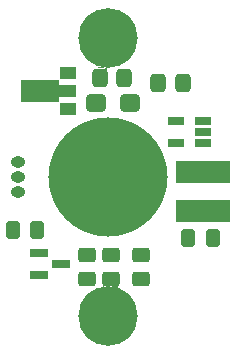
<source format=gbs>
G04 #@! TF.GenerationSoftware,KiCad,Pcbnew,(6.0.1)*
G04 #@! TF.CreationDate,2022-03-12T10:23:07+01:00*
G04 #@! TF.ProjectId,Linterna_MT340L_V2,4c696e74-6572-46e6-915f-4d543334304c,rev?*
G04 #@! TF.SameCoordinates,Original*
G04 #@! TF.FileFunction,Soldermask,Bot*
G04 #@! TF.FilePolarity,Negative*
%FSLAX46Y46*%
G04 Gerber Fmt 4.6, Leading zero omitted, Abs format (unit mm)*
G04 Created by KiCad (PCBNEW (6.0.1)) date 2022-03-12 10:23:07*
%MOMM*%
%LPD*%
G01*
G04 APERTURE LIST*
G04 Aperture macros list*
%AMRoundRect*
0 Rectangle with rounded corners*
0 $1 Rounding radius*
0 $2 $3 $4 $5 $6 $7 $8 $9 X,Y pos of 4 corners*
0 Add a 4 corners polygon primitive as box body*
4,1,4,$2,$3,$4,$5,$6,$7,$8,$9,$2,$3,0*
0 Add four circle primitives for the rounded corners*
1,1,$1+$1,$2,$3*
1,1,$1+$1,$4,$5*
1,1,$1+$1,$6,$7*
1,1,$1+$1,$8,$9*
0 Add four rect primitives between the rounded corners*
20,1,$1+$1,$2,$3,$4,$5,0*
20,1,$1+$1,$4,$5,$6,$7,0*
20,1,$1+$1,$6,$7,$8,$9,0*
20,1,$1+$1,$8,$9,$2,$3,0*%
%AMFreePoly0*
4,1,21,3.897855,0.901855,3.912500,0.866500,3.912500,-0.866500,3.897855,-0.901855,3.862500,-0.916500,0.737500,-0.916500,0.702145,-0.901855,0.687500,-0.866500,0.687500,-0.500000,-0.737500,-0.500000,-0.772855,-0.485355,-0.787500,-0.450000,-0.787500,0.450000,-0.772855,0.485355,-0.737500,0.500000,0.687500,0.500000,0.687500,0.866500,0.702145,0.901855,0.737500,0.916500,3.862500,0.916500,
3.897855,0.901855,3.897855,0.901855,$1*%
G04 Aperture macros list end*
%ADD10C,5.040000*%
%ADD11RoundRect,0.300000X0.537500X0.425000X-0.537500X0.425000X-0.537500X-0.425000X0.537500X-0.425000X0*%
%ADD12RoundRect,0.200000X0.512500X0.150000X-0.512500X0.150000X-0.512500X-0.150000X0.512500X-0.150000X0*%
%ADD13RoundRect,0.300000X-0.450000X0.325000X-0.450000X-0.325000X0.450000X-0.325000X0.450000X0.325000X0*%
%ADD14RoundRect,0.300000X-0.325000X-0.450000X0.325000X-0.450000X0.325000X0.450000X-0.325000X0.450000X0*%
%ADD15C,10.100000*%
%ADD16O,1.243000X0.957250*%
%ADD17RoundRect,0.200000X-0.587500X-0.150000X0.587500X-0.150000X0.587500X0.150000X-0.587500X0.150000X0*%
%ADD18RoundRect,0.300000X0.337500X0.475000X-0.337500X0.475000X-0.337500X-0.475000X0.337500X-0.475000X0*%
%ADD19RoundRect,0.050000X-2.247900X0.876300X-2.247900X-0.876300X2.247900X-0.876300X2.247900X0.876300X0*%
%ADD20RoundRect,0.050000X0.650000X0.450000X-0.650000X0.450000X-0.650000X-0.450000X0.650000X-0.450000X0*%
%ADD21FreePoly0,180.000000*%
G04 APERTURE END LIST*
D10*
X150000000Y-88250000D03*
X150000000Y-111750000D03*
D11*
X151875000Y-93700000D03*
X149000000Y-93700000D03*
D12*
X158037500Y-95250000D03*
X158037500Y-96200000D03*
X158037500Y-97150000D03*
X155762500Y-97150000D03*
X155762500Y-95250000D03*
D13*
X148200000Y-106575000D03*
X148200000Y-108625000D03*
D14*
X141975000Y-104500000D03*
X144025000Y-104500000D03*
D15*
X150000000Y-100000000D03*
D13*
X150300000Y-106575000D03*
X150300000Y-108625000D03*
X152800000Y-106575000D03*
X152800000Y-108625000D03*
D14*
X156825000Y-105200000D03*
X158875000Y-105200000D03*
D16*
X142400000Y-98700000D03*
X142400000Y-99970000D03*
X142400000Y-101240000D03*
D17*
X144137500Y-108325000D03*
X144137500Y-106425000D03*
X146012500Y-107375000D03*
D18*
X156362500Y-92075000D03*
X154287500Y-92075000D03*
D19*
X158075000Y-99584000D03*
X158075000Y-102835200D03*
D20*
X146650000Y-91200000D03*
D21*
X146562500Y-92700000D03*
D20*
X146650000Y-94200000D03*
D18*
X151412500Y-91575000D03*
X149337500Y-91575000D03*
G36*
X150885693Y-109211347D02*
G01*
X150886505Y-109213175D01*
X150885930Y-109214378D01*
X150843367Y-109256941D01*
X150833903Y-109316699D01*
X150861408Y-109370681D01*
X150898602Y-109393275D01*
X150898649Y-109393361D01*
X150898921Y-109393485D01*
X150899130Y-109393596D01*
X150901266Y-109394893D01*
X150903626Y-109395640D01*
X150903851Y-109395726D01*
X150989047Y-109434462D01*
X150990210Y-109436090D01*
X150989382Y-109437910D01*
X150987483Y-109438143D01*
X150778099Y-109355242D01*
X150471826Y-109276604D01*
X150276933Y-109251984D01*
X150275340Y-109250775D01*
X150275591Y-109248791D01*
X150277184Y-109248000D01*
X150749886Y-109248000D01*
X150818987Y-109239883D01*
X150883704Y-109211136D01*
X150885693Y-109211347D01*
G37*
G36*
X149609560Y-109123883D02*
G01*
X149681659Y-109195855D01*
X149781515Y-109240002D01*
X149784089Y-109240302D01*
X149785693Y-109241496D01*
X149785462Y-109243483D01*
X149784108Y-109244273D01*
X149550475Y-109273787D01*
X149548631Y-109273012D01*
X149548380Y-109271028D01*
X149549284Y-109270038D01*
X149593517Y-109246469D01*
X149619997Y-109192057D01*
X149610216Y-109133763D01*
X149606365Y-109126206D01*
X149606470Y-109124209D01*
X149608252Y-109123301D01*
X149609560Y-109123883D01*
G37*
G36*
X149221901Y-90644758D02*
G01*
X149528174Y-90723396D01*
X149841892Y-90763027D01*
X150061022Y-90763027D01*
X150062754Y-90764027D01*
X150062754Y-90766027D01*
X150061111Y-90767025D01*
X149996067Y-90769922D01*
X149939101Y-90791277D01*
X149905752Y-90841759D01*
X149908455Y-90902478D01*
X149912815Y-90912373D01*
X149918633Y-90923792D01*
X149918528Y-90925789D01*
X149916746Y-90926697D01*
X149915438Y-90926115D01*
X149843341Y-90854145D01*
X149743485Y-90809998D01*
X149674880Y-90802000D01*
X149078189Y-90802000D01*
X149076457Y-90801000D01*
X149076457Y-90799000D01*
X149077571Y-90798098D01*
X149135727Y-90779202D01*
X149171291Y-90730253D01*
X149171291Y-90669751D01*
X149135627Y-90620664D01*
X149108563Y-90606829D01*
X149071771Y-90594768D01*
X149071547Y-90594680D01*
X148999422Y-90560971D01*
X148998276Y-90559332D01*
X148999123Y-90557520D01*
X149001005Y-90557299D01*
X149221901Y-90644758D01*
G37*
M02*

</source>
